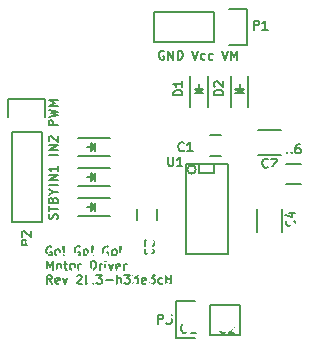
<source format=gto>
G04 #@! TF.FileFunction,Legend,Top*
%FSLAX46Y46*%
G04 Gerber Fmt 4.6, Leading zero omitted, Abs format (unit mm)*
G04 Created by KiCad (PCBNEW 0.201508140901+6091~28~ubuntu14.04.1-product) date Mon 05 Oct 2015 11:49:52 PM CEST*
%MOMM*%
G01*
G04 APERTURE LIST*
%ADD10C,0.100000*%
%ADD11C,0.127000*%
%ADD12C,0.150000*%
%ADD13C,0.685800*%
%ADD14R,1.000000X1.250000*%
%ADD15R,1.000000X1.600000*%
%ADD16R,1.250000X1.000000*%
%ADD17R,1.600000X1.000000*%
%ADD18R,2.032000X1.727200*%
%ADD19O,2.032000X1.727200*%
%ADD20R,2.032000X2.032000*%
%ADD21O,2.032000X2.032000*%
%ADD22R,1.270000X0.406400*%
%ADD23R,1.198880X1.198880*%
%ADD24R,1.727200X2.032000*%
%ADD25O,1.727200X2.032000*%
%ADD26R,1.500000X1.300000*%
G04 APERTURE END LIST*
D10*
D11*
X146884571Y-95453200D02*
X146812000Y-95416914D01*
X146703143Y-95416914D01*
X146594286Y-95453200D01*
X146521714Y-95525771D01*
X146485429Y-95598343D01*
X146449143Y-95743486D01*
X146449143Y-95852343D01*
X146485429Y-95997486D01*
X146521714Y-96070057D01*
X146594286Y-96142629D01*
X146703143Y-96178914D01*
X146775714Y-96178914D01*
X146884571Y-96142629D01*
X146920857Y-96106343D01*
X146920857Y-95852343D01*
X146775714Y-95852343D01*
X147356286Y-96178914D02*
X147283714Y-96142629D01*
X147247429Y-96106343D01*
X147211143Y-96033771D01*
X147211143Y-95816057D01*
X147247429Y-95743486D01*
X147283714Y-95707200D01*
X147356286Y-95670914D01*
X147465143Y-95670914D01*
X147537714Y-95707200D01*
X147574000Y-95743486D01*
X147610286Y-95816057D01*
X147610286Y-96033771D01*
X147574000Y-96106343D01*
X147537714Y-96142629D01*
X147465143Y-96178914D01*
X147356286Y-96178914D01*
X147936858Y-96106343D02*
X147973143Y-96142629D01*
X147936858Y-96178914D01*
X147900572Y-96142629D01*
X147936858Y-96106343D01*
X147936858Y-96178914D01*
X147936858Y-95888629D02*
X147900572Y-95453200D01*
X147936858Y-95416914D01*
X147973143Y-95453200D01*
X147936858Y-95888629D01*
X147936858Y-95416914D01*
X149279428Y-95453200D02*
X149206857Y-95416914D01*
X149098000Y-95416914D01*
X148989143Y-95453200D01*
X148916571Y-95525771D01*
X148880286Y-95598343D01*
X148844000Y-95743486D01*
X148844000Y-95852343D01*
X148880286Y-95997486D01*
X148916571Y-96070057D01*
X148989143Y-96142629D01*
X149098000Y-96178914D01*
X149170571Y-96178914D01*
X149279428Y-96142629D01*
X149315714Y-96106343D01*
X149315714Y-95852343D01*
X149170571Y-95852343D01*
X149751143Y-96178914D02*
X149678571Y-96142629D01*
X149642286Y-96106343D01*
X149606000Y-96033771D01*
X149606000Y-95816057D01*
X149642286Y-95743486D01*
X149678571Y-95707200D01*
X149751143Y-95670914D01*
X149860000Y-95670914D01*
X149932571Y-95707200D01*
X149968857Y-95743486D01*
X150005143Y-95816057D01*
X150005143Y-96033771D01*
X149968857Y-96106343D01*
X149932571Y-96142629D01*
X149860000Y-96178914D01*
X149751143Y-96178914D01*
X150331715Y-96106343D02*
X150368000Y-96142629D01*
X150331715Y-96178914D01*
X150295429Y-96142629D01*
X150331715Y-96106343D01*
X150331715Y-96178914D01*
X150331715Y-95888629D02*
X150295429Y-95453200D01*
X150331715Y-95416914D01*
X150368000Y-95453200D01*
X150331715Y-95888629D01*
X150331715Y-95416914D01*
X151674285Y-95453200D02*
X151601714Y-95416914D01*
X151492857Y-95416914D01*
X151384000Y-95453200D01*
X151311428Y-95525771D01*
X151275143Y-95598343D01*
X151238857Y-95743486D01*
X151238857Y-95852343D01*
X151275143Y-95997486D01*
X151311428Y-96070057D01*
X151384000Y-96142629D01*
X151492857Y-96178914D01*
X151565428Y-96178914D01*
X151674285Y-96142629D01*
X151710571Y-96106343D01*
X151710571Y-95852343D01*
X151565428Y-95852343D01*
X152146000Y-96178914D02*
X152073428Y-96142629D01*
X152037143Y-96106343D01*
X152000857Y-96033771D01*
X152000857Y-95816057D01*
X152037143Y-95743486D01*
X152073428Y-95707200D01*
X152146000Y-95670914D01*
X152254857Y-95670914D01*
X152327428Y-95707200D01*
X152363714Y-95743486D01*
X152400000Y-95816057D01*
X152400000Y-96033771D01*
X152363714Y-96106343D01*
X152327428Y-96142629D01*
X152254857Y-96178914D01*
X152146000Y-96178914D01*
X152726572Y-96106343D02*
X152762857Y-96142629D01*
X152726572Y-96178914D01*
X152690286Y-96142629D01*
X152726572Y-96106343D01*
X152726572Y-96178914D01*
X152726572Y-95888629D02*
X152690286Y-95453200D01*
X152726572Y-95416914D01*
X152762857Y-95453200D01*
X152726572Y-95888629D01*
X152726572Y-95416914D01*
X146485429Y-97372714D02*
X146485429Y-96610714D01*
X146739429Y-97155000D01*
X146993429Y-96610714D01*
X146993429Y-97372714D01*
X147465143Y-97372714D02*
X147392571Y-97336429D01*
X147356286Y-97300143D01*
X147320000Y-97227571D01*
X147320000Y-97009857D01*
X147356286Y-96937286D01*
X147392571Y-96901000D01*
X147465143Y-96864714D01*
X147574000Y-96864714D01*
X147646571Y-96901000D01*
X147682857Y-96937286D01*
X147719143Y-97009857D01*
X147719143Y-97227571D01*
X147682857Y-97300143D01*
X147646571Y-97336429D01*
X147574000Y-97372714D01*
X147465143Y-97372714D01*
X147936857Y-96864714D02*
X148227143Y-96864714D01*
X148045715Y-96610714D02*
X148045715Y-97263857D01*
X148082000Y-97336429D01*
X148154572Y-97372714D01*
X148227143Y-97372714D01*
X148590001Y-97372714D02*
X148517429Y-97336429D01*
X148481144Y-97300143D01*
X148444858Y-97227571D01*
X148444858Y-97009857D01*
X148481144Y-96937286D01*
X148517429Y-96901000D01*
X148590001Y-96864714D01*
X148698858Y-96864714D01*
X148771429Y-96901000D01*
X148807715Y-96937286D01*
X148844001Y-97009857D01*
X148844001Y-97227571D01*
X148807715Y-97300143D01*
X148771429Y-97336429D01*
X148698858Y-97372714D01*
X148590001Y-97372714D01*
X149170573Y-97372714D02*
X149170573Y-96864714D01*
X149170573Y-97009857D02*
X149206858Y-96937286D01*
X149243144Y-96901000D01*
X149315715Y-96864714D01*
X149388287Y-96864714D01*
X150222858Y-97372714D02*
X150222858Y-96610714D01*
X150404286Y-96610714D01*
X150513143Y-96647000D01*
X150585715Y-96719571D01*
X150622000Y-96792143D01*
X150658286Y-96937286D01*
X150658286Y-97046143D01*
X150622000Y-97191286D01*
X150585715Y-97263857D01*
X150513143Y-97336429D01*
X150404286Y-97372714D01*
X150222858Y-97372714D01*
X150984858Y-97372714D02*
X150984858Y-96864714D01*
X150984858Y-97009857D02*
X151021143Y-96937286D01*
X151057429Y-96901000D01*
X151130000Y-96864714D01*
X151202572Y-96864714D01*
X151456572Y-97372714D02*
X151456572Y-96864714D01*
X151456572Y-96610714D02*
X151420286Y-96647000D01*
X151456572Y-96683286D01*
X151492857Y-96647000D01*
X151456572Y-96610714D01*
X151456572Y-96683286D01*
X151746857Y-96864714D02*
X151928286Y-97372714D01*
X152109714Y-96864714D01*
X152690285Y-97336429D02*
X152617714Y-97372714D01*
X152472571Y-97372714D01*
X152400000Y-97336429D01*
X152363714Y-97263857D01*
X152363714Y-96973571D01*
X152400000Y-96901000D01*
X152472571Y-96864714D01*
X152617714Y-96864714D01*
X152690285Y-96901000D01*
X152726571Y-96973571D01*
X152726571Y-97046143D01*
X152363714Y-97118714D01*
X153053143Y-97372714D02*
X153053143Y-96864714D01*
X153053143Y-97009857D02*
X153089428Y-96937286D01*
X153125714Y-96901000D01*
X153198285Y-96864714D01*
X153270857Y-96864714D01*
X146920857Y-98566514D02*
X146666857Y-98203657D01*
X146485429Y-98566514D02*
X146485429Y-97804514D01*
X146775714Y-97804514D01*
X146848286Y-97840800D01*
X146884571Y-97877086D01*
X146920857Y-97949657D01*
X146920857Y-98058514D01*
X146884571Y-98131086D01*
X146848286Y-98167371D01*
X146775714Y-98203657D01*
X146485429Y-98203657D01*
X147537714Y-98530229D02*
X147465143Y-98566514D01*
X147320000Y-98566514D01*
X147247429Y-98530229D01*
X147211143Y-98457657D01*
X147211143Y-98167371D01*
X147247429Y-98094800D01*
X147320000Y-98058514D01*
X147465143Y-98058514D01*
X147537714Y-98094800D01*
X147574000Y-98167371D01*
X147574000Y-98239943D01*
X147211143Y-98312514D01*
X147828000Y-98058514D02*
X148009429Y-98566514D01*
X148190857Y-98058514D01*
X149025428Y-97877086D02*
X149061714Y-97840800D01*
X149134285Y-97804514D01*
X149315714Y-97804514D01*
X149388285Y-97840800D01*
X149424571Y-97877086D01*
X149460856Y-97949657D01*
X149460856Y-98022229D01*
X149424571Y-98131086D01*
X148989142Y-98566514D01*
X149460856Y-98566514D01*
X150150285Y-98566514D02*
X149787428Y-98566514D01*
X149787428Y-97804514D01*
X150404285Y-98493943D02*
X150440570Y-98530229D01*
X150404285Y-98566514D01*
X150367999Y-98530229D01*
X150404285Y-98493943D01*
X150404285Y-98566514D01*
X150694570Y-97804514D02*
X151166284Y-97804514D01*
X150912284Y-98094800D01*
X151021142Y-98094800D01*
X151093713Y-98131086D01*
X151129999Y-98167371D01*
X151166284Y-98239943D01*
X151166284Y-98421371D01*
X151129999Y-98493943D01*
X151093713Y-98530229D01*
X151021142Y-98566514D01*
X150803427Y-98566514D01*
X150730856Y-98530229D01*
X150694570Y-98493943D01*
X151492856Y-98276229D02*
X152073427Y-98276229D01*
X152436285Y-98566514D02*
X152436285Y-97804514D01*
X152436285Y-98094800D02*
X152508856Y-98058514D01*
X152653999Y-98058514D01*
X152726570Y-98094800D01*
X152762856Y-98131086D01*
X152799142Y-98203657D01*
X152799142Y-98421371D01*
X152762856Y-98493943D01*
X152726570Y-98530229D01*
X152653999Y-98566514D01*
X152508856Y-98566514D01*
X152436285Y-98530229D01*
X153053142Y-97804514D02*
X153524856Y-97804514D01*
X153270856Y-98094800D01*
X153379714Y-98094800D01*
X153452285Y-98131086D01*
X153488571Y-98167371D01*
X153524856Y-98239943D01*
X153524856Y-98421371D01*
X153488571Y-98493943D01*
X153452285Y-98530229D01*
X153379714Y-98566514D01*
X153161999Y-98566514D01*
X153089428Y-98530229D01*
X153053142Y-98493943D01*
X153778856Y-97804514D02*
X154250570Y-97804514D01*
X153996570Y-98094800D01*
X154105428Y-98094800D01*
X154177999Y-98131086D01*
X154214285Y-98167371D01*
X154250570Y-98239943D01*
X154250570Y-98421371D01*
X154214285Y-98493943D01*
X154177999Y-98530229D01*
X154105428Y-98566514D01*
X153887713Y-98566514D01*
X153815142Y-98530229D01*
X153778856Y-98493943D01*
X154867427Y-98530229D02*
X154794856Y-98566514D01*
X154649713Y-98566514D01*
X154577142Y-98530229D01*
X154540856Y-98457657D01*
X154540856Y-98167371D01*
X154577142Y-98094800D01*
X154649713Y-98058514D01*
X154794856Y-98058514D01*
X154867427Y-98094800D01*
X154903713Y-98167371D01*
X154903713Y-98239943D01*
X154540856Y-98312514D01*
X155157713Y-97804514D02*
X155629427Y-97804514D01*
X155375427Y-98094800D01*
X155484285Y-98094800D01*
X155556856Y-98131086D01*
X155593142Y-98167371D01*
X155629427Y-98239943D01*
X155629427Y-98421371D01*
X155593142Y-98493943D01*
X155556856Y-98530229D01*
X155484285Y-98566514D01*
X155266570Y-98566514D01*
X155193999Y-98530229D01*
X155157713Y-98493943D01*
X156282570Y-98530229D02*
X156209999Y-98566514D01*
X156064856Y-98566514D01*
X155992284Y-98530229D01*
X155955999Y-98493943D01*
X155919713Y-98421371D01*
X155919713Y-98203657D01*
X155955999Y-98131086D01*
X155992284Y-98094800D01*
X156064856Y-98058514D01*
X156209999Y-98058514D01*
X156282570Y-98094800D01*
X156717999Y-98131086D02*
X156645427Y-98094800D01*
X156609142Y-98058514D01*
X156572856Y-97985943D01*
X156572856Y-97949657D01*
X156609142Y-97877086D01*
X156645427Y-97840800D01*
X156717999Y-97804514D01*
X156863142Y-97804514D01*
X156935713Y-97840800D01*
X156971999Y-97877086D01*
X157008284Y-97949657D01*
X157008284Y-97985943D01*
X156971999Y-98058514D01*
X156935713Y-98094800D01*
X156863142Y-98131086D01*
X156717999Y-98131086D01*
X156645427Y-98167371D01*
X156609142Y-98203657D01*
X156572856Y-98276229D01*
X156572856Y-98421371D01*
X156609142Y-98493943D01*
X156645427Y-98530229D01*
X156717999Y-98566514D01*
X156863142Y-98566514D01*
X156935713Y-98530229D01*
X156971999Y-98493943D01*
X157008284Y-98421371D01*
X157008284Y-98276229D01*
X156971999Y-98203657D01*
X156935713Y-98167371D01*
X156863142Y-98131086D01*
X156409571Y-78867000D02*
X156337000Y-78830714D01*
X156228143Y-78830714D01*
X156119286Y-78867000D01*
X156046714Y-78939571D01*
X156010429Y-79012143D01*
X155974143Y-79157286D01*
X155974143Y-79266143D01*
X156010429Y-79411286D01*
X156046714Y-79483857D01*
X156119286Y-79556429D01*
X156228143Y-79592714D01*
X156300714Y-79592714D01*
X156409571Y-79556429D01*
X156445857Y-79520143D01*
X156445857Y-79266143D01*
X156300714Y-79266143D01*
X156772429Y-79592714D02*
X156772429Y-78830714D01*
X157207857Y-79592714D01*
X157207857Y-78830714D01*
X157570715Y-79592714D02*
X157570715Y-78830714D01*
X157752143Y-78830714D01*
X157861000Y-78867000D01*
X157933572Y-78939571D01*
X157969857Y-79012143D01*
X158006143Y-79157286D01*
X158006143Y-79266143D01*
X157969857Y-79411286D01*
X157933572Y-79483857D01*
X157861000Y-79556429D01*
X157752143Y-79592714D01*
X157570715Y-79592714D01*
X158822571Y-78830714D02*
X159076571Y-79592714D01*
X159330571Y-78830714D01*
X159911143Y-79556429D02*
X159838572Y-79592714D01*
X159693429Y-79592714D01*
X159620857Y-79556429D01*
X159584572Y-79520143D01*
X159548286Y-79447571D01*
X159548286Y-79229857D01*
X159584572Y-79157286D01*
X159620857Y-79121000D01*
X159693429Y-79084714D01*
X159838572Y-79084714D01*
X159911143Y-79121000D01*
X160564286Y-79556429D02*
X160491715Y-79592714D01*
X160346572Y-79592714D01*
X160274000Y-79556429D01*
X160237715Y-79520143D01*
X160201429Y-79447571D01*
X160201429Y-79229857D01*
X160237715Y-79157286D01*
X160274000Y-79121000D01*
X160346572Y-79084714D01*
X160491715Y-79084714D01*
X160564286Y-79121000D01*
X161362571Y-78830714D02*
X161616571Y-79592714D01*
X161870571Y-78830714D01*
X162124572Y-79592714D02*
X162124572Y-78830714D01*
X162378572Y-79375000D01*
X162632572Y-78830714D01*
X162632572Y-79592714D01*
X158060571Y-101944714D02*
X158205714Y-101944714D01*
X158278286Y-101981000D01*
X158350857Y-102053571D01*
X158387143Y-102198714D01*
X158387143Y-102452714D01*
X158350857Y-102597857D01*
X158278286Y-102670429D01*
X158205714Y-102706714D01*
X158060571Y-102706714D01*
X157988000Y-102670429D01*
X157915429Y-102597857D01*
X157879143Y-102452714D01*
X157879143Y-102198714D01*
X157915429Y-102053571D01*
X157988000Y-101981000D01*
X158060571Y-101944714D01*
X159112857Y-102706714D02*
X158677429Y-102706714D01*
X158895143Y-102706714D02*
X158895143Y-101944714D01*
X158822572Y-102053571D01*
X158750000Y-102126143D01*
X158677429Y-102162429D01*
X161326284Y-101944714D02*
X161471427Y-101944714D01*
X161543999Y-101981000D01*
X161616570Y-102053571D01*
X161652856Y-102198714D01*
X161652856Y-102452714D01*
X161616570Y-102597857D01*
X161543999Y-102670429D01*
X161471427Y-102706714D01*
X161326284Y-102706714D01*
X161253713Y-102670429D01*
X161181142Y-102597857D01*
X161144856Y-102452714D01*
X161144856Y-102198714D01*
X161181142Y-102053571D01*
X161253713Y-101981000D01*
X161326284Y-101944714D01*
X161943142Y-102017286D02*
X161979428Y-101981000D01*
X162051999Y-101944714D01*
X162233428Y-101944714D01*
X162305999Y-101981000D01*
X162342285Y-102017286D01*
X162378570Y-102089857D01*
X162378570Y-102162429D01*
X162342285Y-102271286D01*
X161906856Y-102706714D01*
X162378570Y-102706714D01*
X147374429Y-93072857D02*
X147410714Y-92964000D01*
X147410714Y-92782571D01*
X147374429Y-92710000D01*
X147338143Y-92673714D01*
X147265571Y-92637429D01*
X147193000Y-92637429D01*
X147120429Y-92673714D01*
X147084143Y-92710000D01*
X147047857Y-92782571D01*
X147011571Y-92927714D01*
X146975286Y-93000286D01*
X146939000Y-93036571D01*
X146866429Y-93072857D01*
X146793857Y-93072857D01*
X146721286Y-93036571D01*
X146685000Y-93000286D01*
X146648714Y-92927714D01*
X146648714Y-92746286D01*
X146685000Y-92637429D01*
X146648714Y-92419715D02*
X146648714Y-91984286D01*
X147410714Y-92202000D02*
X146648714Y-92202000D01*
X147011571Y-91476286D02*
X147047857Y-91367429D01*
X147084143Y-91331144D01*
X147156714Y-91294858D01*
X147265571Y-91294858D01*
X147338143Y-91331144D01*
X147374429Y-91367429D01*
X147410714Y-91440001D01*
X147410714Y-91730286D01*
X146648714Y-91730286D01*
X146648714Y-91476286D01*
X146685000Y-91403715D01*
X146721286Y-91367429D01*
X146793857Y-91331144D01*
X146866429Y-91331144D01*
X146939000Y-91367429D01*
X146975286Y-91403715D01*
X147011571Y-91476286D01*
X147011571Y-91730286D01*
X147047857Y-90823144D02*
X147410714Y-90823144D01*
X146648714Y-91077144D02*
X147047857Y-90823144D01*
X146648714Y-90569144D01*
X147410714Y-85162571D02*
X146648714Y-85162571D01*
X146648714Y-84872286D01*
X146685000Y-84799714D01*
X146721286Y-84763429D01*
X146793857Y-84727143D01*
X146902714Y-84727143D01*
X146975286Y-84763429D01*
X147011571Y-84799714D01*
X147047857Y-84872286D01*
X147047857Y-85162571D01*
X146648714Y-84473143D02*
X147410714Y-84291714D01*
X146866429Y-84146571D01*
X147410714Y-84001429D01*
X146648714Y-83820000D01*
X147410714Y-83529714D02*
X146648714Y-83529714D01*
X147193000Y-83275714D01*
X146648714Y-83021714D01*
X147410714Y-83021714D01*
D12*
X160282000Y-87718000D02*
X161282000Y-87718000D01*
X161282000Y-86018000D02*
X160282000Y-86018000D01*
X166354000Y-85589000D02*
X164354000Y-85589000D01*
X164354000Y-87639000D02*
X166354000Y-87639000D01*
X155790000Y-93210000D02*
X155790000Y-92210000D01*
X154090000Y-92210000D02*
X154090000Y-93210000D01*
X166379000Y-94218000D02*
X166379000Y-92218000D01*
X164329000Y-92218000D02*
X164329000Y-94218000D01*
X143510000Y-85725000D02*
X143510000Y-93345000D01*
X146050000Y-85725000D02*
X146050000Y-93345000D01*
X146330000Y-82905000D02*
X146330000Y-84455000D01*
X143510000Y-93345000D02*
X146050000Y-93345000D01*
X146050000Y-85725000D02*
X143510000Y-85725000D01*
X143230000Y-84455000D02*
X143230000Y-82905000D01*
X143230000Y-82905000D02*
X146330000Y-82905000D01*
X160274000Y-100330000D02*
X162814000Y-100330000D01*
X157454000Y-100050000D02*
X159004000Y-100050000D01*
X160274000Y-100330000D02*
X160274000Y-102870000D01*
X159004000Y-103150000D02*
X157454000Y-103150000D01*
X157454000Y-103150000D02*
X157454000Y-100050000D01*
X160274000Y-102870000D02*
X162814000Y-102870000D01*
X162814000Y-102870000D02*
X162814000Y-100330000D01*
X161798000Y-96012000D02*
X161798000Y-88392000D01*
X158242000Y-88392000D02*
X158242000Y-96012000D01*
X161798000Y-96012000D02*
X158242000Y-96012000D01*
X158242000Y-88392000D02*
X161798000Y-88392000D01*
X159109210Y-88900000D02*
G75*
G03X159109210Y-88900000I-359210J0D01*
G01*
X160655000Y-88392000D02*
X160655000Y-89154000D01*
X160655000Y-89154000D02*
X159385000Y-89154000D01*
X159385000Y-89154000D02*
X159385000Y-88392000D01*
X160135000Y-83642000D02*
X160135000Y-80942000D01*
X158635000Y-83642000D02*
X158635000Y-80942000D01*
X159535000Y-82142000D02*
X159285000Y-82142000D01*
X159285000Y-82142000D02*
X159435000Y-82292000D01*
X159035000Y-82392000D02*
X159735000Y-82392000D01*
X159385000Y-82042000D02*
X159385000Y-81692000D01*
X159385000Y-82392000D02*
X159035000Y-82042000D01*
X159035000Y-82042000D02*
X159735000Y-82042000D01*
X159735000Y-82042000D02*
X159385000Y-82392000D01*
X163564000Y-83642000D02*
X163564000Y-80942000D01*
X162064000Y-83642000D02*
X162064000Y-80942000D01*
X162964000Y-82142000D02*
X162714000Y-82142000D01*
X162714000Y-82142000D02*
X162864000Y-82292000D01*
X162464000Y-82392000D02*
X163164000Y-82392000D01*
X162814000Y-82042000D02*
X162814000Y-81692000D01*
X162814000Y-82392000D02*
X162464000Y-82042000D01*
X162464000Y-82042000D02*
X163164000Y-82042000D01*
X163164000Y-82042000D02*
X162814000Y-82392000D01*
X151841000Y-91325000D02*
X149141000Y-91325000D01*
X151841000Y-92825000D02*
X149141000Y-92825000D01*
X150341000Y-91925000D02*
X150341000Y-92175000D01*
X150341000Y-92175000D02*
X150491000Y-92025000D01*
X150591000Y-92425000D02*
X150591000Y-91725000D01*
X150241000Y-92075000D02*
X149891000Y-92075000D01*
X150591000Y-92075000D02*
X150241000Y-92425000D01*
X150241000Y-92425000D02*
X150241000Y-91725000D01*
X150241000Y-91725000D02*
X150591000Y-92075000D01*
X151841000Y-88785000D02*
X149141000Y-88785000D01*
X151841000Y-90285000D02*
X149141000Y-90285000D01*
X150341000Y-89385000D02*
X150341000Y-89635000D01*
X150341000Y-89635000D02*
X150491000Y-89485000D01*
X150591000Y-89885000D02*
X150591000Y-89185000D01*
X150241000Y-89535000D02*
X149891000Y-89535000D01*
X150591000Y-89535000D02*
X150241000Y-89885000D01*
X150241000Y-89885000D02*
X150241000Y-89185000D01*
X150241000Y-89185000D02*
X150591000Y-89535000D01*
X151841000Y-86245000D02*
X149141000Y-86245000D01*
X151841000Y-87745000D02*
X149141000Y-87745000D01*
X150341000Y-86845000D02*
X150341000Y-87095000D01*
X150341000Y-87095000D02*
X150491000Y-86945000D01*
X150591000Y-87345000D02*
X150591000Y-86645000D01*
X150241000Y-86995000D02*
X149891000Y-86995000D01*
X150591000Y-86995000D02*
X150241000Y-87345000D01*
X150241000Y-87345000D02*
X150241000Y-86645000D01*
X150241000Y-86645000D02*
X150591000Y-86995000D01*
X160655000Y-75565000D02*
X155575000Y-75565000D01*
X155575000Y-75565000D02*
X155575000Y-78105000D01*
X155575000Y-78105000D02*
X160655000Y-78105000D01*
X163475000Y-78385000D02*
X161925000Y-78385000D01*
X160655000Y-78105000D02*
X160655000Y-75565000D01*
X161925000Y-75285000D02*
X163475000Y-75285000D01*
X163475000Y-75285000D02*
X163475000Y-78385000D01*
X167986000Y-90156000D02*
X166786000Y-90156000D01*
X166786000Y-88406000D02*
X167986000Y-88406000D01*
D11*
X158115000Y-87267143D02*
X158078714Y-87303429D01*
X157969857Y-87339714D01*
X157897286Y-87339714D01*
X157788429Y-87303429D01*
X157715857Y-87230857D01*
X157679572Y-87158286D01*
X157643286Y-87013143D01*
X157643286Y-86904286D01*
X157679572Y-86759143D01*
X157715857Y-86686571D01*
X157788429Y-86614000D01*
X157897286Y-86577714D01*
X157969857Y-86577714D01*
X158078714Y-86614000D01*
X158115000Y-86650286D01*
X158840714Y-87339714D02*
X158405286Y-87339714D01*
X158623000Y-87339714D02*
X158623000Y-86577714D01*
X158550429Y-86686571D01*
X158477857Y-86759143D01*
X158405286Y-86795429D01*
X165227000Y-88664143D02*
X165190714Y-88700429D01*
X165081857Y-88736714D01*
X165009286Y-88736714D01*
X164900429Y-88700429D01*
X164827857Y-88627857D01*
X164791572Y-88555286D01*
X164755286Y-88410143D01*
X164755286Y-88301286D01*
X164791572Y-88156143D01*
X164827857Y-88083571D01*
X164900429Y-88011000D01*
X165009286Y-87974714D01*
X165081857Y-87974714D01*
X165190714Y-88011000D01*
X165227000Y-88047286D01*
X165517286Y-88047286D02*
X165553572Y-88011000D01*
X165626143Y-87974714D01*
X165807572Y-87974714D01*
X165880143Y-88011000D01*
X165916429Y-88047286D01*
X165952714Y-88119857D01*
X165952714Y-88192429D01*
X165916429Y-88301286D01*
X165481000Y-88736714D01*
X165952714Y-88736714D01*
X155466143Y-95631000D02*
X155502429Y-95667286D01*
X155538714Y-95776143D01*
X155538714Y-95848714D01*
X155502429Y-95957571D01*
X155429857Y-96030143D01*
X155357286Y-96066428D01*
X155212143Y-96102714D01*
X155103286Y-96102714D01*
X154958143Y-96066428D01*
X154885571Y-96030143D01*
X154813000Y-95957571D01*
X154776714Y-95848714D01*
X154776714Y-95776143D01*
X154813000Y-95667286D01*
X154849286Y-95631000D01*
X154776714Y-95377000D02*
X154776714Y-94905286D01*
X155067000Y-95159286D01*
X155067000Y-95050428D01*
X155103286Y-94977857D01*
X155139571Y-94941571D01*
X155212143Y-94905286D01*
X155393571Y-94905286D01*
X155466143Y-94941571D01*
X155502429Y-94977857D01*
X155538714Y-95050428D01*
X155538714Y-95268143D01*
X155502429Y-95340714D01*
X155466143Y-95377000D01*
X167404143Y-93218000D02*
X167440429Y-93254286D01*
X167476714Y-93363143D01*
X167476714Y-93435714D01*
X167440429Y-93544571D01*
X167367857Y-93617143D01*
X167295286Y-93653428D01*
X167150143Y-93689714D01*
X167041286Y-93689714D01*
X166896143Y-93653428D01*
X166823571Y-93617143D01*
X166751000Y-93544571D01*
X166714714Y-93435714D01*
X166714714Y-93363143D01*
X166751000Y-93254286D01*
X166787286Y-93218000D01*
X166968714Y-92564857D02*
X167476714Y-92564857D01*
X166678429Y-92746286D02*
X167222714Y-92927714D01*
X167222714Y-92456000D01*
X145124714Y-95304428D02*
X144362714Y-95304428D01*
X144362714Y-95014143D01*
X144399000Y-94941571D01*
X144435286Y-94905286D01*
X144507857Y-94869000D01*
X144616714Y-94869000D01*
X144689286Y-94905286D01*
X144725571Y-94941571D01*
X144761857Y-95014143D01*
X144761857Y-95304428D01*
X144435286Y-94578714D02*
X144399000Y-94542428D01*
X144362714Y-94469857D01*
X144362714Y-94288428D01*
X144399000Y-94215857D01*
X144435286Y-94179571D01*
X144507857Y-94143286D01*
X144580429Y-94143286D01*
X144689286Y-94179571D01*
X145124714Y-94615000D01*
X145124714Y-94143286D01*
X155901572Y-101944714D02*
X155901572Y-101182714D01*
X156191857Y-101182714D01*
X156264429Y-101219000D01*
X156300714Y-101255286D01*
X156337000Y-101327857D01*
X156337000Y-101436714D01*
X156300714Y-101509286D01*
X156264429Y-101545571D01*
X156191857Y-101581857D01*
X155901572Y-101581857D01*
X156591000Y-101182714D02*
X157062714Y-101182714D01*
X156808714Y-101473000D01*
X156917572Y-101473000D01*
X156990143Y-101509286D01*
X157026429Y-101545571D01*
X157062714Y-101618143D01*
X157062714Y-101799571D01*
X157026429Y-101872143D01*
X156990143Y-101908429D01*
X156917572Y-101944714D01*
X156699857Y-101944714D01*
X156627286Y-101908429D01*
X156591000Y-101872143D01*
X156772429Y-87847714D02*
X156772429Y-88464571D01*
X156808714Y-88537143D01*
X156845000Y-88573429D01*
X156917571Y-88609714D01*
X157062714Y-88609714D01*
X157135286Y-88573429D01*
X157171571Y-88537143D01*
X157207857Y-88464571D01*
X157207857Y-87847714D01*
X157969857Y-88609714D02*
X157534429Y-88609714D01*
X157752143Y-88609714D02*
X157752143Y-87847714D01*
X157679572Y-87956571D01*
X157607000Y-88029143D01*
X157534429Y-88065429D01*
X157979714Y-82604428D02*
X157217714Y-82604428D01*
X157217714Y-82423000D01*
X157254000Y-82314143D01*
X157326571Y-82241571D01*
X157399143Y-82205286D01*
X157544286Y-82169000D01*
X157653143Y-82169000D01*
X157798286Y-82205286D01*
X157870857Y-82241571D01*
X157943429Y-82314143D01*
X157979714Y-82423000D01*
X157979714Y-82604428D01*
X157979714Y-81443286D02*
X157979714Y-81878714D01*
X157979714Y-81661000D02*
X157217714Y-81661000D01*
X157326571Y-81733571D01*
X157399143Y-81806143D01*
X157435429Y-81878714D01*
X161408714Y-82604428D02*
X160646714Y-82604428D01*
X160646714Y-82423000D01*
X160683000Y-82314143D01*
X160755571Y-82241571D01*
X160828143Y-82205286D01*
X160973286Y-82169000D01*
X161082143Y-82169000D01*
X161227286Y-82205286D01*
X161299857Y-82241571D01*
X161372429Y-82314143D01*
X161408714Y-82423000D01*
X161408714Y-82604428D01*
X160719286Y-81878714D02*
X160683000Y-81842428D01*
X160646714Y-81769857D01*
X160646714Y-81588428D01*
X160683000Y-81515857D01*
X160719286Y-81479571D01*
X160791857Y-81443286D01*
X160864429Y-81443286D01*
X160973286Y-81479571D01*
X161408714Y-81915000D01*
X161408714Y-81443286D01*
X147410714Y-90169999D02*
X146648714Y-90169999D01*
X147410714Y-89807142D02*
X146648714Y-89807142D01*
X147410714Y-89371714D01*
X146648714Y-89371714D01*
X147410714Y-88609714D02*
X147410714Y-89045142D01*
X147410714Y-88827428D02*
X146648714Y-88827428D01*
X146757571Y-88899999D01*
X146830143Y-88972571D01*
X146866429Y-89045142D01*
X147410714Y-87629999D02*
X146648714Y-87629999D01*
X147410714Y-87267142D02*
X146648714Y-87267142D01*
X147410714Y-86831714D01*
X146648714Y-86831714D01*
X146721286Y-86505142D02*
X146685000Y-86468856D01*
X146648714Y-86396285D01*
X146648714Y-86214856D01*
X146685000Y-86142285D01*
X146721286Y-86105999D01*
X146793857Y-86069714D01*
X146866429Y-86069714D01*
X146975286Y-86105999D01*
X147410714Y-86541428D01*
X147410714Y-86069714D01*
X164029572Y-77052714D02*
X164029572Y-76290714D01*
X164319857Y-76290714D01*
X164392429Y-76327000D01*
X164428714Y-76363286D01*
X164465000Y-76435857D01*
X164465000Y-76544714D01*
X164428714Y-76617286D01*
X164392429Y-76653571D01*
X164319857Y-76689857D01*
X164029572Y-76689857D01*
X165190714Y-77052714D02*
X164755286Y-77052714D01*
X164973000Y-77052714D02*
X164973000Y-76290714D01*
X164900429Y-76399571D01*
X164827857Y-76472143D01*
X164755286Y-76508429D01*
X167259000Y-87525714D02*
X167005000Y-87162857D01*
X166823572Y-87525714D02*
X166823572Y-86763714D01*
X167113857Y-86763714D01*
X167186429Y-86800000D01*
X167222714Y-86836286D01*
X167259000Y-86908857D01*
X167259000Y-87017714D01*
X167222714Y-87090286D01*
X167186429Y-87126571D01*
X167113857Y-87162857D01*
X166823572Y-87162857D01*
X167912143Y-86763714D02*
X167767000Y-86763714D01*
X167694429Y-86800000D01*
X167658143Y-86836286D01*
X167585572Y-86945143D01*
X167549286Y-87090286D01*
X167549286Y-87380571D01*
X167585572Y-87453143D01*
X167621857Y-87489429D01*
X167694429Y-87525714D01*
X167839572Y-87525714D01*
X167912143Y-87489429D01*
X167948429Y-87453143D01*
X167984714Y-87380571D01*
X167984714Y-87199143D01*
X167948429Y-87126571D01*
X167912143Y-87090286D01*
X167839572Y-87054000D01*
X167694429Y-87054000D01*
X167621857Y-87090286D01*
X167585572Y-87126571D01*
X167549286Y-87199143D01*
%LPC*%
D13*
X169926000Y-87376000D03*
X169926000Y-86106000D03*
X169926000Y-84836000D03*
X169926000Y-83566000D03*
X168656000Y-82296000D03*
X169926000Y-82296000D03*
X171196000Y-82296000D03*
X171196000Y-83566000D03*
X171196000Y-84836000D03*
X171196000Y-86106000D03*
X171196000Y-87376000D03*
X171196000Y-88646000D03*
X171196000Y-89916000D03*
X156718000Y-87122000D03*
X154686000Y-86360000D03*
X158877000Y-90297000D03*
X151638000Y-84328000D03*
X149098000Y-85598000D03*
X150368000Y-84328000D03*
X154686000Y-88900000D03*
X155194000Y-94996000D03*
X153924000Y-94996000D03*
X152654000Y-94996000D03*
X151384000Y-94996000D03*
X150114000Y-94996000D03*
X148844000Y-94996000D03*
X147574000Y-94996000D03*
X146304000Y-94996000D03*
X145034000Y-94996000D03*
X156718000Y-101346000D03*
X156718000Y-102616000D03*
X156718000Y-100076000D03*
X156718000Y-94996000D03*
X155194000Y-102616000D03*
X153924000Y-102616000D03*
X152654000Y-102616000D03*
X151384000Y-102616000D03*
X150114000Y-102616000D03*
X148844000Y-102616000D03*
X156718000Y-98806000D03*
X156718000Y-97536000D03*
X156718000Y-96266000D03*
X155194000Y-101346000D03*
X153924000Y-101346000D03*
X152654000Y-101346000D03*
X151384000Y-101346000D03*
X150114000Y-101346000D03*
X155194000Y-100076000D03*
X153924000Y-100076000D03*
X152654000Y-100076000D03*
X151384000Y-100076000D03*
X150114000Y-100076000D03*
X155194000Y-98806000D03*
X153924000Y-98806000D03*
X152654000Y-98806000D03*
X151384000Y-98806000D03*
X150114000Y-98806000D03*
X148844000Y-98806000D03*
X143764000Y-98806000D03*
X155194000Y-97536000D03*
X153924000Y-97536000D03*
X152654000Y-97536000D03*
X151384000Y-97536000D03*
X150114000Y-97536000D03*
X148844000Y-97536000D03*
X147574000Y-97536000D03*
X146304000Y-97536000D03*
X145034000Y-97536000D03*
X143764000Y-97536000D03*
X155194000Y-96266000D03*
X153924000Y-96266000D03*
X152654000Y-96266000D03*
X151384000Y-96266000D03*
X150114000Y-96266000D03*
X148844000Y-96266000D03*
X147574000Y-96266000D03*
X146304000Y-96266000D03*
X145034000Y-96266000D03*
X143764000Y-96266000D03*
X143764000Y-94996000D03*
X166116000Y-102616000D03*
X164846000Y-102616000D03*
X163576000Y-102616000D03*
X166116000Y-101346000D03*
X164846000Y-101346000D03*
X163576000Y-101346000D03*
X166116000Y-100076000D03*
X164846000Y-100076000D03*
X163576000Y-100076000D03*
X166116000Y-98806000D03*
X164846000Y-98806000D03*
X163576000Y-98806000D03*
X162306000Y-98806000D03*
X166116000Y-97536000D03*
X164846000Y-97536000D03*
X163576000Y-97536000D03*
X162306000Y-97536000D03*
X166116000Y-96266000D03*
X164846000Y-96266000D03*
X163576000Y-96266000D03*
X162306000Y-96266000D03*
X171196000Y-97536000D03*
X169926000Y-97536000D03*
X168656000Y-97536000D03*
X167386000Y-97536000D03*
X171196000Y-96266000D03*
X169926000Y-96266000D03*
X168656000Y-96266000D03*
X167386000Y-96266000D03*
X171196000Y-94996000D03*
X169926000Y-94996000D03*
X168656000Y-94996000D03*
X167386000Y-94996000D03*
X171196000Y-93726000D03*
X169926000Y-93726000D03*
X168656000Y-93726000D03*
X167386000Y-93726000D03*
X171196000Y-92456000D03*
X169926000Y-92456000D03*
X168656000Y-92456000D03*
X171196000Y-91186000D03*
X169926000Y-91186000D03*
X155448000Y-79756000D03*
X155448000Y-81026000D03*
X155448000Y-82296000D03*
X155448000Y-83566000D03*
X149098000Y-84328000D03*
X154178000Y-82296000D03*
X152908000Y-82296000D03*
X151638000Y-82296000D03*
X150368000Y-82296000D03*
X149098000Y-82296000D03*
X154178000Y-81026000D03*
X152908000Y-81026000D03*
X151638000Y-81026000D03*
X150368000Y-81026000D03*
X149098000Y-81026000D03*
X154178000Y-79756000D03*
X152908000Y-79756000D03*
X151638000Y-79756000D03*
X150368000Y-79756000D03*
X149098000Y-79756000D03*
X154178000Y-78486000D03*
X152908000Y-78486000D03*
X151638000Y-78486000D03*
X150368000Y-78486000D03*
X149098000Y-78486000D03*
X154178000Y-77216000D03*
X152908000Y-77216000D03*
X151638000Y-77216000D03*
X150368000Y-77216000D03*
X149098000Y-77216000D03*
X154178000Y-75946000D03*
X152908000Y-75946000D03*
X151638000Y-75946000D03*
X150368000Y-75946000D03*
D14*
X161782000Y-86868000D03*
X159782000Y-86868000D03*
D15*
X163854000Y-86614000D03*
X166854000Y-86614000D03*
D16*
X154940000Y-91710000D03*
X154940000Y-93710000D03*
D17*
X165354000Y-91718000D03*
X165354000Y-94718000D03*
D18*
X144780000Y-84455000D03*
D19*
X144780000Y-86995000D03*
X144780000Y-89535000D03*
X144780000Y-92075000D03*
D20*
X159004000Y-101600000D03*
D21*
X161544000Y-101600000D03*
D22*
X157353000Y-89281000D03*
X157353000Y-89916000D03*
X157353000Y-90576400D03*
X157353000Y-91236800D03*
X157353000Y-91871800D03*
X157353000Y-92532200D03*
X157353000Y-93192600D03*
X157353000Y-93827600D03*
X157353000Y-94488000D03*
X157353000Y-95123000D03*
X162687000Y-95123000D03*
X162687000Y-94488000D03*
X162687000Y-93827600D03*
X162687000Y-93192600D03*
X162687000Y-92532200D03*
X162687000Y-91871800D03*
X162687000Y-91236800D03*
X162687000Y-90576400D03*
X162687000Y-89916000D03*
X162687000Y-89281000D03*
D23*
X159385000Y-80992980D03*
X159385000Y-83091020D03*
X162814000Y-80992980D03*
X162814000Y-83091020D03*
X149191980Y-92075000D03*
X151290020Y-92075000D03*
X149191980Y-89535000D03*
X151290020Y-89535000D03*
X149191980Y-86995000D03*
X151290020Y-86995000D03*
D24*
X161925000Y-76835000D03*
D25*
X159385000Y-76835000D03*
X156845000Y-76835000D03*
D26*
X166036000Y-89281000D03*
X168736000Y-89281000D03*
D13*
X149098000Y-75946000D03*
M02*

</source>
